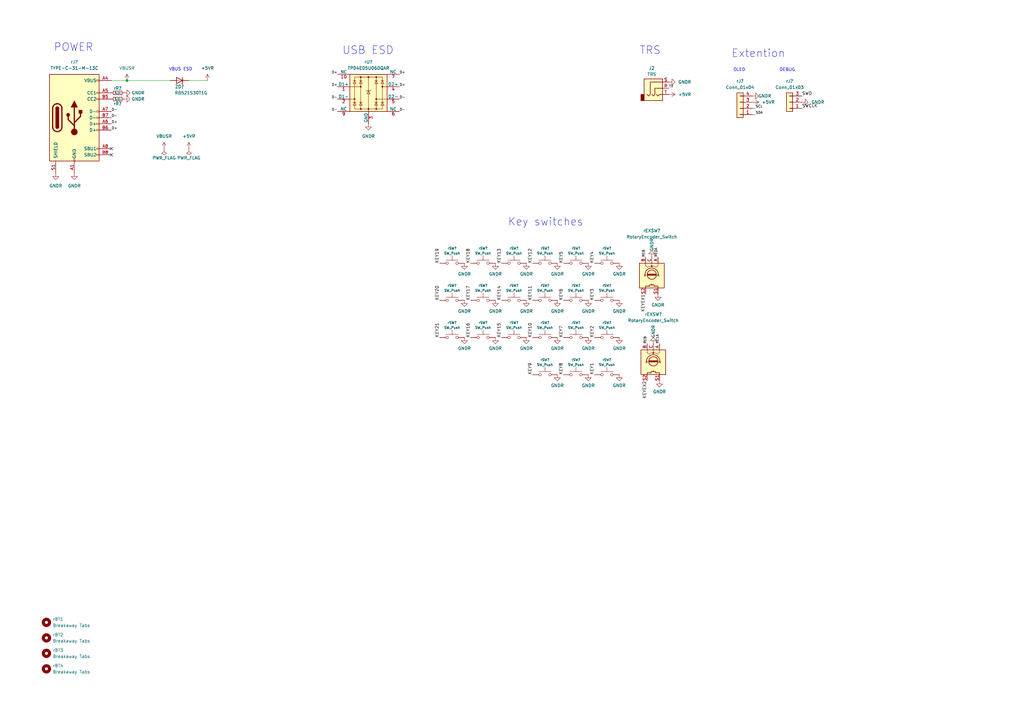
<source format=kicad_sch>
(kicad_sch (version 20230121) (generator eeschema)
  (paper "A3")
  (title_block (title "Corne Right") (date "2023-10-07") (rev "4.0.0") (company "foostan"))
  (lib_symbols
    (symbol "Connector:USB_C_Receptacle_USB2.0" (pin_names (offset 1.016))
      (property "Reference" "J" (at -10.16 19.05 0))
      (property "Value" "USB_C_Receptacle_USB2.0" (at 19.05 19.05 0))
      (symbol "USB_C_Receptacle_USB2.0_0_0"
        (rectangle (start -0.254 -17.78) (end 0.254 -16.764))
        (rectangle (start 10.16 -14.986) (end 9.144 -15.494))
        (rectangle (start 10.16 -12.446) (end 9.144 -12.954))
        (rectangle (start 10.16 -4.826) (end 9.144 -5.334))
        (rectangle (start 10.16 -2.286) (end 9.144 -2.794))
        (rectangle (start 10.16 0.254) (end 9.144 -0.254))
        (rectangle (start 10.16 2.794) (end 9.144 2.286))
        (rectangle (start 10.16 7.874) (end 9.144 7.366))
        (rectangle (start 10.16 10.414) (end 9.144 9.906))
        (rectangle (start 10.16 15.494) (end 9.144 14.986))
      )
      (symbol "USB_C_Receptacle_USB2.0_0_1"
        (rectangle (start -10.16 17.78) (end 10.16 -17.78) (stroke (width 0.254)) (fill (type background)))
        (arc (start -8.89 -3.81) (mid -6.985 -5.7067) (end -5.08 -3.81) (stroke (width 0.508)))
        (arc (start -7.62 -3.81) (mid -6.985 -4.4423) (end -6.35 -3.81) (stroke (width 0.254)))
        (arc (start -7.62 -3.81) (mid -6.985 -4.4423) (end -6.35 -3.81) (stroke (width 0.254)) (fill (type outline)))
        (rectangle (start -7.62 -3.81) (end -6.35 3.81) (stroke (width 0.254)) (fill (type outline)))
        (arc (start -6.35 3.81) (mid -6.985 4.4423) (end -7.62 3.81) (stroke (width 0.254)))
        (arc (start -6.35 3.81) (mid -6.985 4.4423) (end -7.62 3.81) (stroke (width 0.254)) (fill (type outline)))
        (arc (start -5.08 3.81) (mid -6.985 5.7067) (end -8.89 3.81) (stroke (width 0.508)))
        (circle (center -2.54 1.143) (radius 0.635) (stroke (width 0.254)) (fill (type outline)))
        (circle (center 0 -5.842) (radius 1.27) (fill (type outline)))
        (polyline (pts (xy -8.89 -3.81) (xy -8.89 3.81)) (stroke (width 0.508)))
        (polyline (pts (xy -5.08 3.81) (xy -5.08 -3.81)) (stroke (width 0.508)))
        (polyline (pts (xy 0 -5.842) (xy 0 4.318)) (stroke (width 0.508)))
        (polyline (pts (xy 0 -3.302) (xy -2.54 -0.762) (xy -2.54 0.508)) (stroke (width 0.508)))
        (polyline (pts (xy 0 -2.032) (xy 2.54 0.508) (xy 2.54 1.778)) (stroke (width 0.508)))
        (polyline (pts (xy -1.27 4.318) (xy 0 6.858) (xy 1.27 4.318) (xy -1.27 4.318)) (stroke (width 0.254)) (fill (type outline)))
        (rectangle (start 1.905 1.778) (end 3.175 3.048) (stroke (width 0.254)) (fill (type outline)))
      )
      (symbol "USB_C_Receptacle_USB2.0_1_1"
        (pin passive line (at 0 -22.86 90) (length 5.08) (name "GND") (number "A1"))
        (pin passive line (at 0 -22.86 90) (length 5.08) hide (name "GND") (number "A12"))
        (pin passive line (at 15.24 15.24 180) (length 5.08) (name "VBUS") (number "A4"))
        (pin bidirectional line (at 15.24 10.16 180) (length 5.08) (name "CC1") (number "A5"))
        (pin bidirectional line (at 15.24 -2.54 180) (length 5.08) (name "D+") (number "A6"))
        (pin bidirectional line (at 15.24 2.54 180) (length 5.08) (name "D-") (number "A7"))
        (pin bidirectional line (at 15.24 -12.7 180) (length 5.08) (name "SBU1") (number "A8"))
        (pin passive line (at 15.24 15.24 180) (length 5.08) hide (name "VBUS") (number "A9"))
        (pin passive line (at 0 -22.86 90) (length 5.08) hide (name "GND") (number "B1"))
        (pin passive line (at 0 -22.86 90) (length 5.08) hide (name "GND") (number "B12"))
        (pin passive line (at 15.24 15.24 180) (length 5.08) hide (name "VBUS") (number "B4"))
        (pin bidirectional line (at 15.24 7.62 180) (length 5.08) (name "CC2") (number "B5"))
        (pin bidirectional line (at 15.24 -5.08 180) (length 5.08) (name "D+") (number "B6"))
        (pin bidirectional line (at 15.24 0 180) (length 5.08) (name "D-") (number "B7"))
        (pin bidirectional line (at 15.24 -15.24 180) (length 5.08) (name "SBU2") (number "B8"))
        (pin passive line (at 15.24 15.24 180) (length 5.08) hide (name "VBUS") (number "B9"))
        (pin passive line (at -7.62 -22.86 90) (length 5.08) (name "SHIELD") (number "S1"))
      )
    )
    (symbol "Connector_Audio:AudioJack3"
      (property "Reference" "J" (at 0 8.89 0))
      (property "Value" "AudioJack3" (at 0 6.35 0))
      (symbol "AudioJack3_0_1"
        (rectangle (start -5.08 -5.08) (end -6.35 -2.54) (stroke (width 0.254)) (fill (type outline)))
        (polyline (pts (xy 0 -2.54) (xy 0.635 -3.175) (xy 1.27 -2.54) (xy 2.54 -2.54)) (stroke (width 0.254)))
        (polyline (pts (xy -1.905 -2.54) (xy -1.27 -3.175) (xy -0.635 -2.54) (xy -0.635 0) (xy 2.54 0)) (stroke (width 0.254)))
        (polyline (pts (xy 2.54 2.54) (xy -2.54 2.54) (xy -2.54 -2.54) (xy -3.175 -3.175) (xy -3.81 -2.54)) (stroke (width 0.254)))
        (rectangle (start 2.54 3.81) (end -5.08 -5.08) (stroke (width 0.254)) (fill (type background)))
      )
      (symbol "AudioJack3_1_1"
        (pin passive line (at 5.08 0 180) (length 2.54) (name "~") (number "R"))
        (pin passive line (at 5.08 2.54 180) (length 2.54) (name "~") (number "S"))
        (pin passive line (at 5.08 -2.54 180) (length 2.54) (name "~") (number "T"))
      )
    )
    (symbol "Connector_Generic:Conn_01x03" (pin_names (offset 1.016) hide)
      (property "Reference" "J" (at 0 5.08 0))
      (property "Value" "Conn_01x03" (at 0 -5.08 0))
      (symbol "Conn_01x03_1_1"
        (rectangle (start -1.27 -2.413) (end 0 -2.667) (stroke (width 0.1524)))
        (rectangle (start -1.27 0.127) (end 0 -0.127) (stroke (width 0.1524)))
        (rectangle (start -1.27 2.667) (end 0 2.413) (stroke (width 0.1524)))
        (rectangle (start -1.27 3.81) (end 1.27 -3.81) (stroke (width 0.254)) (fill (type background)))
        (pin passive line (at -5.08 2.54 0) (length 3.81) (name "Pin_1") (number "1"))
        (pin passive line (at -5.08 0 0) (length 3.81) (name "Pin_2") (number "2"))
        (pin passive line (at -5.08 -2.54 0) (length 3.81) (name "Pin_3") (number "3"))
      )
    )
    (symbol "Connector_Generic:Conn_01x04" (pin_names (offset 1.016) hide)
      (property "Reference" "J" (at 0 5.08 0))
      (property "Value" "Conn_01x04" (at 0 -7.62 0))
      (symbol "Conn_01x04_1_1"
        (rectangle (start -1.27 -4.953) (end 0 -5.207) (stroke (width 0.1524)))
        (rectangle (start -1.27 -2.413) (end 0 -2.667) (stroke (width 0.1524)))
        (rectangle (start -1.27 0.127) (end 0 -0.127) (stroke (width 0.1524)))
        (rectangle (start -1.27 2.667) (end 0 2.413) (stroke (width 0.1524)))
        (rectangle (start -1.27 3.81) (end 1.27 -6.35) (stroke (width 0.254)) (fill (type background)))
        (pin passive line (at -5.08 2.54 0) (length 3.81) (name "Pin_1") (number "1"))
        (pin passive line (at -5.08 0 0) (length 3.81) (name "Pin_2") (number "2"))
        (pin passive line (at -5.08 -2.54 0) (length 3.81) (name "Pin_3") (number "3"))
        (pin passive line (at -5.08 -5.08 0) (length 3.81) (name "Pin_4") (number "4"))
      )
    )
    (symbol "Device:R_Small" (pin_numbers hide) (pin_names (offset 0.254) hide)
      (property "Reference" "R" (at 0.762 0.508 0))
      (property "Value" "R_Small" (at 0.762 -1.016 0))
      (symbol "R_Small_0_1"
        (rectangle (start -0.762 1.778) (end 0.762 -1.778) (stroke (width 0.2032)))
      )
      (symbol "R_Small_1_1"
        (pin passive line (at 0 2.54 270) (length 0.762) (name "~") (number "1"))
        (pin passive line (at 0 -2.54 90) (length 0.762) (name "~") (number "2"))
      )
    )
    (symbol "Device:RotaryEncoder_Switch" (pin_names (offset 0.254) hide)
      (property "Reference" "SW" (at 0 6.604 0))
      (property "Value" "RotaryEncoder_Switch" (at 0 -6.604 0))
      (symbol "RotaryEncoder_Switch_0_1"
        (rectangle (start -5.08 5.08) (end 5.08 -5.08) (stroke (width 0.254)) (fill (type background)))
        (circle (center -3.81 0) (radius 0.254) (fill (type outline)))
        (circle (center -0.381 0) (radius 1.905) (stroke (width 0.254)))
        (arc (start -0.381 2.667) (mid -3.0988 -0.0635) (end -0.381 -2.794) (stroke (width 0.254)))
        (polyline (pts (xy -0.635 -1.778) (xy -0.635 1.778)) (stroke (width 0.254)))
        (polyline (pts (xy -0.381 -1.778) (xy -0.381 1.778)) (stroke (width 0.254)))
        (polyline (pts (xy -0.127 1.778) (xy -0.127 -1.778)) (stroke (width 0.254)))
        (polyline (pts (xy 3.81 0) (xy 3.429 0)) (stroke (width 0.254)))
        (polyline (pts (xy 3.81 1.016) (xy 3.81 -1.016)) (stroke (width 0.254)))
        (polyline (pts (xy -5.08 -2.54) (xy -3.81 -2.54) (xy -3.81 -2.032)))
        (polyline (pts (xy -5.08 2.54) (xy -3.81 2.54) (xy -3.81 2.032)))
        (polyline (pts (xy 0.254 -3.048) (xy -0.508 -2.794) (xy 0.127 -2.413)) (stroke (width 0.254)))
        (polyline (pts (xy 0.254 2.921) (xy -0.508 2.667) (xy 0.127 2.286)) (stroke (width 0.254)))
        (polyline (pts (xy 5.08 -2.54) (xy 4.318 -2.54) (xy 4.318 -1.016)) (stroke (width 0.254)))
        (polyline (pts (xy 5.08 2.54) (xy 4.318 2.54) (xy 4.318 1.016)) (stroke (width 0.254)))
        (polyline (pts (xy -5.08 0) (xy -3.81 0) (xy -3.81 -1.016) (xy -3.302 -2.032)))
        (polyline (pts (xy -4.318 0) (xy -3.81 0) (xy -3.81 1.016) (xy -3.302 2.032)))
        (circle (center 4.318 -1.016) (radius 0.127) (stroke (width 0.254)))
        (circle (center 4.318 1.016) (radius 0.127) (stroke (width 0.254)))
      )
      (symbol "RotaryEncoder_Switch_1_1"
        (pin passive line (at -7.62 2.54 0) (length 2.54) (name "A") (number "A"))
        (pin passive line (at -7.62 -2.54 0) (length 2.54) (name "B") (number "B"))
        (pin passive line (at -7.62 0 0) (length 2.54) (name "C") (number "C"))
        (pin passive line (at 7.62 2.54 180) (length 2.54) (name "S1") (number "S1"))
        (pin passive line (at 7.62 -2.54 180) (length 2.54) (name "S2") (number "S2"))
      )
    )
    (symbol "Diode:ESD5Zxx" (pin_numbers hide) (pin_names hide)
      (property "Reference" "D" (at 0 2.54 0))
      (property "Value" "ESD5Zxx" (at 0 -2.54 0))
      (symbol "ESD5Zxx_0_1"
        (polyline (pts (xy 1.27 0) (xy -1.27 0)))
        (polyline (pts (xy -1.27 -1.27) (xy -1.27 1.27) (xy -0.762 1.27)) (stroke (width 0.254)))
        (polyline (pts (xy 1.27 -1.27) (xy 1.27 1.27) (xy -1.27 0) (xy 1.27 -1.27)) (stroke (width 0.254)))
      )
      (symbol "ESD5Zxx_1_1"
        (pin passive line (at -3.81 0 0) (length 2.54) (name "K") (number "1"))
        (pin passive line (at 3.81 0 180) (length 2.54) (name "A") (number "2"))
      )
    )
    (symbol "Mechanical:MountingHole" (pin_names (offset 1.016))
      (property "Reference" "H" (at 0 5.08 0))
      (property "Value" "MountingHole" (at 0 3.175 0))
      (symbol "MountingHole_0_1"
        (circle (center 0 0) (radius 1.27) (stroke (width 1.27)))
      )
    )
    (symbol "Power_Protection:TPD4EUSB30" (pin_names (offset 0))
      (property "Reference" "U" (at -0.635 8.89 0))
      (property "Value" "TPD4EUSB30" (at 8.89 -10.16 0))
      (symbol "TPD4EUSB30_0_0"
        (rectangle (start -5.715 6.477) (end 5.715 -6.604))
        (polyline (pts (xy -3.175 -6.604) (xy -3.175 6.477)))
        (polyline (pts (xy 0 6.477) (xy 0 -6.604)))
        (polyline (pts (xy 3.175 6.477) (xy 3.175 -6.604)))
      )
      (symbol "TPD4EUSB30_0_1"
        (rectangle (start -7.62 7.62) (end 7.62 -7.62) (stroke (width 0.254)) (fill (type background)))
        (circle (center -5.715 -2.54) (radius 0.2794) (fill (type outline)))
        (circle (center -3.175 -6.604) (radius 0.2794) (fill (type outline)))
        (circle (center -3.175 2.54) (radius 0.2794) (fill (type outline)))
        (circle (center -3.175 6.477) (radius 0.2794) (fill (type outline)))
        (circle (center 0 -6.604) (radius 0.2794) (fill (type outline)))
        (polyline (pts (xy -7.747 2.54) (xy -3.175 2.54)))
        (polyline (pts (xy -7.62 -2.54) (xy -5.715 -2.54)))
        (polyline (pts (xy -5.08 -3.81) (xy -6.35 -3.81)))
        (polyline (pts (xy -5.08 5.08) (xy -6.35 5.08)))
        (polyline (pts (xy -2.54 -3.81) (xy -3.81 -3.81)))
        (polyline (pts (xy -2.54 5.08) (xy -3.81 5.08)))
        (polyline (pts (xy -0.635 0.889) (xy -1.016 0.635)))
        (polyline (pts (xy 0 -6.604) (xy 0 -7.62)))
        (polyline (pts (xy 0.635 0.889) (xy -0.635 0.889)))
        (polyline (pts (xy 0.635 0.889) (xy 1.016 1.143)))
        (polyline (pts (xy 3.81 -3.81) (xy 2.54 -3.81)))
        (polyline (pts (xy 3.81 5.08) (xy 2.54 5.08)))
        (polyline (pts (xy 6.35 -3.81) (xy 5.08 -3.81)))
        (polyline (pts (xy 6.35 5.08) (xy 5.08 5.08)))
        (polyline (pts (xy 7.62 -2.54) (xy 3.175 -2.54)))
        (polyline (pts (xy 7.62 2.54) (xy 5.715 2.54)))
        (polyline (pts (xy -5.08 -5.08) (xy -6.35 -5.08) (xy -5.715 -3.81) (xy -5.08 -5.08)))
        (polyline (pts (xy -5.08 3.81) (xy -6.35 3.81) (xy -5.715 5.08) (xy -5.08 3.81)))
        (polyline (pts (xy -2.54 -5.08) (xy -3.81 -5.08) (xy -3.175 -3.81) (xy -2.54 -5.08)))
        (polyline (pts (xy -2.54 3.81) (xy -3.81 3.81) (xy -3.175 5.08) (xy -2.54 3.81)))
        (polyline (pts (xy 0.635 -0.381) (xy -0.635 -0.381) (xy 0 0.889) (xy 0.635 -0.381)))
        (polyline (pts (xy 3.81 -5.08) (xy 2.54 -5.08) (xy 3.175 -3.81) (xy 3.81 -5.08)))
        (polyline (pts (xy 3.81 3.81) (xy 2.54 3.81) (xy 3.175 5.08) (xy 3.81 3.81)))
        (polyline (pts (xy 6.35 -5.08) (xy 5.08 -5.08) (xy 5.715 -3.81) (xy 6.35 -5.08)))
        (polyline (pts (xy 6.35 3.81) (xy 5.08 3.81) (xy 5.715 5.08) (xy 6.35 3.81)))
        (circle (center 0 6.477) (radius 0.2794) (fill (type outline)))
        (circle (center 3.175 -6.604) (radius 0.2794) (fill (type outline)))
        (circle (center 3.175 -2.54) (radius 0.2794) (fill (type outline)))
        (circle (center 3.175 6.477) (radius 0.2794) (fill (type outline)))
        (circle (center 5.715 2.54) (radius 0.2794) (fill (type outline)))
      )
      (symbol "TPD4EUSB30_1_1"
        (pin passive line (at -12.7 2.54 0) (length 5.08) (name "D1+") (number "1"))
        (pin free line (at -12.7 7.62 0) (length 5.08) (name "NC") (number "10"))
        (pin passive line (at -12.7 -2.54 0) (length 5.08) (name "D1-") (number "2"))
        (pin power_in line (at 0 -12.7 90) (length 5.08) (name "GND") (number "3"))
        (pin passive line (at 12.7 2.54 180) (length 5.08) (name "D2+") (number "4"))
        (pin passive line (at 12.7 -2.54 180) (length 5.08) (name "D2-") (number "5"))
        (pin free line (at 12.7 -7.62 180) (length 5.08) (name "NC") (number "6"))
        (pin free line (at 12.7 7.62 180) (length 5.08) (name "NC") (number "7"))
        (pin passive line (at 0 -12.7 90) (length 5.08) hide (name "GND") (number "8"))
        (pin free line (at -12.7 -7.62 0) (length 5.08) (name "NC") (number "9"))
      )
    )
    (symbol "SW_Push_1" (pin_numbers hide) (pin_names (offset 1.016) hide)
      (property "Reference" "SW" (at 1.27 2.54 0))
      (property "Value" "SW_Push" (at 0 -1.524 0))
      (symbol "SW_Push_1_0_1"
        (circle (center -2.032 0) (radius 0.508))
        (polyline (pts (xy 0 1.27) (xy 0 3.048)))
        (polyline (pts (xy 2.54 1.27) (xy -2.54 1.27)))
        (circle (center 2.032 0) (radius 0.508))
        (pin passive line (at -5.08 0 0) (length 2.54) (name "1") (number "1"))
        (pin passive line (at 5.08 0 180) (length 2.54) (name "2") (number "2"))
      )
    )
    (symbol "Switch:SW_Push" (pin_numbers hide) (pin_names (offset 1.016) hide)
      (property "Reference" "SW" (at 1.27 2.54 0))
      (property "Value" "SW_Push" (at 0 -1.524 0))
      (symbol "SW_Push_0_1"
        (circle (center -2.032 0) (radius 0.508))
        (polyline (pts (xy 0 1.27) (xy 0 3.048)))
        (polyline (pts (xy 2.54 1.27) (xy -2.54 1.27)))
        (circle (center 2.032 0) (radius 0.508))
        (pin passive line (at -5.08 0 0) (length 2.54) (name "1") (number "1"))
        (pin passive line (at 5.08 0 180) (length 2.54) (name "2") (number "2"))
      )
    )
    (symbol "kbd:+5VR" (power) (pin_names (offset 0))
      (property "Value" "+5VR" (at 0 3.556 0))
      (symbol "+5VR_0_1"
        (polyline (pts (xy -0.762 1.27) (xy 0 2.54)))
        (polyline (pts (xy 0 0) (xy 0 2.54)))
        (polyline (pts (xy 0 2.54) (xy 0.762 1.27)))
      )
      (symbol "+5VR_1_1"
        (pin power_in line (at 0 0 90) (length 0) hide (name "+5VR") (number "1"))
      )
    )
    (symbol "kbd:GNDR" (power) (pin_names (offset 0))
      (property "Value" "GNDR" (at 0 -3.81 0))
      (symbol "GNDR_0_1"
        (polyline (pts (xy 0 0) (xy 0 -1.27) (xy 1.27 -1.27) (xy 0 -2.54) (xy -1.27 -1.27) (xy 0 -1.27)))
      )
      (symbol "GNDR_1_1"
        (pin power_in line (at 0 0 270) (length 0) hide (name "GNDR") (number "1"))
      )
    )
    (symbol "kbd_local:VBUSR" (power) (pin_names (offset 0))
      (property "Value" "VBUSR" (at 0 3.81 0))
      (symbol "VBUSR_0_1"
        (polyline (pts (xy -0.762 1.27) (xy 0 2.54)))
        (polyline (pts (xy 0 0) (xy 0 2.54)))
        (polyline (pts (xy 0 2.54) (xy 0.762 1.27)))
      )
      (symbol "VBUSR_1_1"
        (pin power_in line (at 0 0 90) (length 0) hide (name "VBUSR") (number "1"))
      )
    )
    (symbol "power:PWR_FLAG" (power) (pin_numbers hide) (pin_names (offset 0) hide)
      (property "Value" "PWR_FLAG" (at 0 3.81 0))
      (symbol "PWR_FLAG_0_0"
        (pin power_out line (at 0 0 90) (length 0) (name "pwr") (number "1"))
      )
      (symbol "PWR_FLAG_0_1"
        (polyline (pts (xy 0 0) (xy 0 1.27) (xy -1.016 1.905) (xy 0 2.54) (xy 1.016 1.905) (xy 0 1.27)))
      )
    )
  )
  (junction (at 52.07 33.02))
  (no_connect (at 45.72 63.5))
  (no_connect (at 45.72 60.96))
  (wire (pts (xy 52.07 33.02) (xy 69.85 33.02)))
  (wire (pts (xy 309.88 46.99) (xy 308.61 46.99)))
  (wire (pts (xy 309.88 44.45) (xy 308.61 44.45)))
  (wire (pts (xy 45.72 33.02) (xy 52.07 33.02)))
  (wire (pts (xy 77.47 33.02) (xy 85.09 33.02)))
  (text "USB ESD" (at 140.335 22.606 0) (effects (font (size 3.175 3.175)) (justify left bottom)))
  (text "TRS" (at 262.255 22.606 0) (effects (font (size 3.175 3.175)) (justify left bottom)))
  (text "DEBUG" (at 319.659 29.464 0) (effects (font (size 1.27 1.27)) (justify left bottom)))
  (text "POWER\n" (at 21.971 21.336 0) (effects (font (size 3.175 3.175)) (justify left bottom)))
  (text "Key switches" (at 208.28 92.964 0) (effects (font (size 3.175 3.175)) (justify left bottom)))
  (text "Extention" (at 299.974 23.876 0) (effects (font (size 3.175 3.175)) (justify left bottom)))
  (text "VBUS ESD" (at 69.215 29.21 0) (effects (font (size 1.27 1.27)) (justify left bottom)))
  (text "OLED" (at 300.736 29.464 0) (effects (font (size 1.27 1.27)) (justify left bottom)))
  (label "KEYEX2" (at 265.43 156.21 270))
  (label "SCL" (at 309.88 44.45 0) (effects (font (size 1 1))))
  (label "RE0A" (at 269.875 105.41 90) (effects (font (size 1 1))))
  (label "D+" (at 163.83 35.56 0) (effects (font (size 1 1))))
  (label "KEY19" (at 180.34 107.95 90))
  (label "D-" (at 45.72 45.72 0) (effects (font (size 1 1))))
  (label "KEY4" (at 243.84 107.95 90))
  (label "KEY6" (at 231.14 123.19 90))
  (label "D-" (at 163.83 40.64 0) (effects (font (size 1 1))))
  (label "KEY14" (at 205.74 123.19 90))
  (label "KEY12" (at 218.44 107.95 90))
  (label "KEY20" (at 180.34 123.19 90))
  (label "KEY3" (at 243.84 123.19 90))
  (label "KEY2" (at 243.84 138.43 90))
  (label "D-" (at 45.72 48.26 0) (effects (font (size 1 1))))
  (label "KEY16" (at 193.04 138.43 90))
  (label "KEY15" (at 205.74 138.43 90))
  (label "KEY11" (at 218.44 123.19 90))
  (label "KEY18" (at 193.04 107.95 90))
  (label "D+" (at 138.43 35.56 180) (effects (font (size 1 1))))
  (label "D-" (at 163.83 45.72 0) (effects (font (size 1 1))))
  (label "KEY17" (at 193.04 123.19 90))
  (label "KEY13" (at 205.74 107.95 90))
  (label "D+" (at 45.72 50.8 0) (effects (font (size 1 1))))
  (label "KEY10" (at 218.44 138.43 90))
  (label "KEY9" (at 218.44 153.67 90))
  (label "KEY1" (at 243.84 153.67 90))
  (label "KEYEX1" (at 264.795 120.65 270))
  (label "KEY7" (at 231.14 138.43 90))
  (label "SWD" (at 328.93 39.37 0))
  (label "KEY21" (at 180.34 138.43 90))
  (label "REB" (at 265.43 140.97 90) (effects (font (size 1 1))))
  (label "RE1A" (at 270.51 140.97 90) (effects (font (size 1 1))))
  (label "D+" (at 163.83 30.48 0) (effects (font (size 1 1))))
  (label "REB" (at 264.795 105.41 90) (effects (font (size 1 1))))
  (label "D-" (at 138.43 45.72 180) (effects (font (size 1 1))))
  (label "SWCLK" (at 328.93 44.45 0))
  (label "SDA" (at 309.88 46.99 0) (effects (font (size 1 1))))
  (label "D+" (at 138.43 30.48 180) (effects (font (size 1 1))))
  (label "D+" (at 45.72 53.34 0) (effects (font (size 1 1))))
  (label "KEY5" (at 231.14 107.95 90))
  (label "D-" (at 138.43 40.64 180) (effects (font (size 1 1))))
  (label "TX" (at 274.32 36.195 0) (effects (font (size 1 1))))
  (label "KEY8" (at 231.14 153.67 90))
  (symbol (lib_id "kbd:GNDR") (at 328.93 41.91 90) (unit 1)
    (property "Reference" "#PWR?" (effects hide))
    (property "Value" "GNDR" (at 332.74 41.91 90) (effects (justify right)))
  )
  (symbol (lib_id "kbd:GNDR") (at 241.3 123.19 0) (unit 1)
    (property "Reference" "#PWR?" (effects hide))
    (property "Value" "GNDR" (at 241.3 127.635 0))
  )
  (symbol (lib_id "Switch:SW_Push") (at 236.22 123.19 0) (unit 1)
    (property "Reference" "rSW?" (at 236.22 117.094 0) (effects (font (size 1 1))))
    (property "Value" "SW_Push" (at 236.22 119.126 0) (effects (font (size 1 1))))
    (property "Footprint" "kbd:keyswitch_cherrymx_hotswap_1u" (effects hide))
  )
  (symbol (lib_name "SW_Push_1") (lib_id "Switch:SW_Push") (at 248.92 107.95 0) (unit 1)
    (property "Reference" "rSW?" (at 248.92 101.854 0) (effects (font (size 1 1))))
    (property "Value" "SW_Push" (at 248.92 103.886 0) (effects (font (size 1 1))))
    (property "Footprint" "kbd:keyswitch_cherrymx_hotswap_1u" (effects hide))
  )
  (symbol (lib_id "kbd:GNDR") (at 215.9 107.95 0) (unit 1)
    (property "Reference" "#PWR?" (effects hide))
    (property "Value" "GNDR" (at 215.9 112.395 0))
  )
  (symbol (lib_id "kbd:GNDR") (at 241.3 153.67 0) (unit 1)
    (property "Reference" "#PWR?" (effects hide))
    (property "Value" "GNDR" (at 241.3 158.115 0))
  )
  (symbol (lib_id "kbd_local:VBUSR") (at 67.31 60.96 0) (unit 1)
    (property "Reference" "#PWR065" (effects hide))
    (property "Value" "VBUSR" (at 67.31 55.88 0))
  )
  (symbol (lib_id "kbd:GNDR") (at 267.97 140.97 180) (unit 1)
    (property "Reference" "#PWR?" (effects hide))
    (property "Value" "GNDR" (at 267.97 135.89 90))
  )
  (symbol (lib_id "kbd:GNDR") (at 215.9 123.19 0) (unit 1)
    (property "Reference" "#PWR?" (effects hide))
    (property "Value" "GNDR" (at 215.9 127.635 0))
  )
  (symbol (lib_id "Connector:USB_C_Receptacle_USB2.0") (at 30.48 48.26 0) (unit 1)
    (property "Reference" "rJ?" (at 30.48 25.4 0))
    (property "Value" "TYPE-C-31-M-13C" (at 30.48 27.94 0))
    (property "Footprint" "kbd_local:TYPE-C-31-M-13C" (effects hide))
    (property "Datasheet" "https://www.usb.org/sites/default/files/documents/usb_type-c.zip" (effects hide))
    (property "JLCPCB Part #" "C2848620" (effects hide))
  )
  (symbol (lib_id "kbd:GNDR") (at 22.86 71.12 0) (unit 1)
    (property "Reference" "#PWR?" (effects hide))
    (property "Value" "GNDR" (at 22.86 76.2 0))
  )
  (symbol (lib_id "Device:RotaryEncoder_Switch") (at 267.97 148.59 270) (unit 1)
    (property "Reference" "rEXSW?" (at 267.97 128.905 90))
    (property "Value" "RotaryEncoder_Switch" (at 267.97 131.445 90))
    (property "Footprint" "kbd_local:keyswitch_cherrymx_hotswap_1u_rotary_encoder_ec12" (effects hide))
  )
  (symbol (lib_id "kbd:GNDR") (at 50.8 40.64 90) (unit 1)
    (property "Reference" "#PWR?" (effects hide))
    (property "Value" "GNDR" (at 53.975 40.64 90) (effects (justify right)))
  )
  (symbol (lib_id "Switch:SW_Push") (at 236.22 107.95 0) (unit 1)
    (property "Reference" "rSW?" (at 236.22 101.854 0) (effects (font (size 1 1))))
    (property "Value" "SW_Push" (at 236.22 103.886 0) (effects (font (size 1 1))))
    (property "Footprint" "kbd:keyswitch_cherrymx_hotswap_1u" (effects hide))
  )
  (symbol (lib_id "kbd:GNDR") (at 190.5 107.95 0) (unit 1)
    (property "Reference" "#PWR?" (effects hide))
    (property "Value" "GNDR" (at 190.5 112.395 0))
  )
  (symbol (lib_id "Switch:SW_Push") (at 198.12 138.43 0) (unit 1)
    (property "Reference" "rSW?" (at 198.12 132.334 0) (effects (font (size 1 1))))
    (property "Value" "SW_Push" (at 198.12 134.366 0) (effects (font (size 1 1))))
    (property "Footprint" "kbd:keyswitch_cherrymx_hotswap_1u" (effects hide))
  )
  (symbol (lib_id "kbd:GNDR") (at 254 138.43 0) (unit 1)
    (property "Reference" "#PWR?" (effects hide))
    (property "Value" "GNDR" (at 254 142.875 0))
  )
  (symbol (lib_id "kbd:GNDR") (at 151.13 50.8 0) (unit 1)
    (property "Reference" "#PWR?" (effects hide))
    (property "Value" "GNDR" (at 151.13 55.88 0))
  )
  (symbol (lib_id "kbd:GNDR") (at 269.875 120.65 0) (unit 1)
    (property "Reference" "#PWR?" (effects hide))
    (property "Value" "GNDR" (at 269.875 125.095 0))
  )
  (symbol (lib_id "Switch:SW_Push") (at 210.82 138.43 0) (unit 1)
    (property "Reference" "rSW?" (at 210.82 132.334 0) (effects (font (size 1 1))))
    (property "Value" "SW_Push" (at 210.82 134.366 0) (effects (font (size 1 1))))
    (property "Footprint" "kbd:keyswitch_cherrymx_hotswap_1u" (effects hide))
  )
  (symbol (lib_id "Device:R_Small") (at 48.26 40.64 270) (unit 1)
    (property "Reference" "rR?" (at 48.26 42.545 90))
    (property "Value" "5.1k" (at 48.26 40.64 90) (effects (font (size 0.762 0.762))))
    (property "Footprint" "Resistor_SMD:R_0402_1005Metric" (effects hide))
  )
  (symbol (lib_id "Switch:SW_Push") (at 248.92 153.67 0) (unit 1)
    (property "Reference" "rSW?" (at 248.92 147.574 0) (effects (font (size 1 1))))
    (property "Value" "SW_Push" (at 248.92 149.606 0) (effects (font (size 1 1))))
    (property "Footprint" "kbd:keyswitch_cherrymx_hotswap_1.5u" (effects hide))
  )
  (symbol (lib_id "kbd:GNDR") (at 215.9 138.43 0) (unit 1)
    (property "Reference" "#PWR?" (effects hide))
    (property "Value" "GNDR" (at 215.9 142.875 0))
  )
  (symbol (lib_id "Mechanical:MountingHole") (at 19.05 274.32 0) (unit 1)
    (property "Reference" "rBT4" (at 21.59 273.05 0) (effects (justify left)))
    (property "Value" "Breakaway Tabs" (at 21.59 275.59 0) (effects (justify left)))
    (property "Footprint" "kbd_local:Breakaway_Tabs" (effects hide))
  )
  (symbol (lib_id "kbd_local:VBUSR") (at 52.07 33.02 0) (unit 1)
    (property "Reference" "#PWR066" (effects hide))
    (property "Value" "VBUSR" (at 52.07 27.94 0))
  )
  (symbol (lib_id "kbd:GNDR") (at 241.3 138.43 0) (unit 1)
    (property "Reference" "#PWR?" (effects hide))
    (property "Value" "GNDR" (at 241.3 142.875 0))
  )
  (symbol (lib_id "kbd:GNDR") (at 254 123.19 0) (unit 1)
    (property "Reference" "#PWR?" (effects hide))
    (property "Value" "GNDR" (at 254 127.635 0))
  )
  (symbol (lib_id "Switch:SW_Push") (at 198.12 123.19 0) (unit 1)
    (property "Reference" "rSW?" (at 198.12 117.094 0) (effects (font (size 1 1))))
    (property "Value" "SW_Push" (at 198.12 119.126 0) (effects (font (size 1 1))))
    (property "Footprint" "kbd:keyswitch_cherrymx_hotswap_1u" (effects hide))
  )
  (symbol (lib_id "Switch:SW_Push") (at 185.42 138.43 0) (unit 1)
    (property "Reference" "rSW?" (at 185.42 132.334 0) (effects (font (size 1 1))))
    (property "Value" "SW_Push" (at 185.42 134.366 0) (effects (font (size 1 1))))
    (property "Footprint" "kbd:keyswitch_cherrymx_hotswap_1u" (effects hide))
  )
  (symbol (lib_id "kbd:+5VR") (at 85.09 33.02 0) (unit 1)
    (property "Reference" "#PWR068" (effects hide))
    (property "Value" "+5VR" (at 85.09 27.94 0))
  )
  (symbol (lib_id "kbd:GNDR") (at 254 107.95 0) (unit 1)
    (property "Reference" "#PWR?" (effects hide))
    (property "Value" "GNDR" (at 254 112.395 0))
  )
  (symbol (lib_id "Switch:SW_Push") (at 223.52 153.67 0) (unit 1)
    (property "Reference" "rSW?" (at 223.52 147.574 0) (effects (font (size 1 1))))
    (property "Value" "SW_Push" (at 223.52 149.606 0) (effects (font (size 1 1))))
    (property "Footprint" "kbd:keyswitch_cherrymx_hotswap_1u" (effects hide))
  )
  (symbol (lib_id "Connector_Audio:AudioJack3") (at 269.24 36.195 0) (unit 1)
    (property "Reference" "J2" (at 267.335 27.94 0))
    (property "Value" "TRS" (at 267.335 30.48 0))
    (property "Footprint" "kbd_local:PJ-398A-5A_PJ-399B-6A" (effects hide))
    (property "JLCPCB Part #" "C128994" (effects hide))
    (instances (project "corne73" (path "" (reference "J2") (unit 1)) (path "" (reference "rJ2") (unit 1))))
  )
  (symbol (lib_id "kbd:+5VR") (at 274.32 38.735 270) (unit 1)
    (property "Reference" "#PWR075" (effects hide))
    (property "Value" "+5VR" (at 278.13 38.735 90) (effects (justify left)))
  )
  (symbol (lib_id "Switch:SW_Push") (at 185.42 107.95 0) (unit 1)
    (property "Reference" "rSW?" (at 185.42 101.854 0) (effects (font (size 1 1))))
    (property "Value" "SW_Push" (at 185.42 103.886 0) (effects (font (size 1 1))))
    (property "Footprint" "kbd:keyswitch_cherrymx_hotswap_1u" (effects hide))
  )
  (symbol (lib_id "Power_Protection:TPD4EUSB30") (at 151.13 38.1 0) (unit 1)
    (property "Reference" "rU?" (at 151.13 25.4 0))
    (property "Value" "TPD4E05U06DQAR" (at 151.13 27.94 0))
    (property "Footprint" "Package_SON:USON-10_2.5x1.0mm_P0.5mm" (effects hide))
    (property "Datasheet" "http://www.ti.com/lit/ds/symlink/tpd2eusb30a.pdf" (effects hide))
    (property "JLCPCB Part #" "C138714" (effects hide))
  )
  (symbol (lib_id "kbd:GNDR") (at 30.48 71.12 0) (unit 1)
    (property "Reference" "#PWR?" (effects hide))
    (property "Value" "GNDR" (at 30.48 76.2 0))
  )
  (symbol (lib_id "Device:RotaryEncoder_Switch") (at 267.335 113.03 270) (unit 1)
    (property "Reference" "rEXSW?" (at 267.335 94.615 90))
    (property "Value" "RotaryEncoder_Switch" (at 267.335 97.155 90))
    (property "Footprint" "kbd_local:keyswitch_cherrymx_hotswap_1u_rotary_encoder_ec12" (effects hide))
  )
  (symbol (lib_id "Switch:SW_Push") (at 248.92 138.43 0) (unit 1)
    (property "Reference" "rSW?" (at 248.92 132.334 0) (effects (font (size 1 1))))
    (property "Value" "SW_Push" (at 248.92 134.366 0) (effects (font (size 1 1))))
    (property "Footprint" "kbd:keyswitch_cherrymx_hotswap_1u" (effects hide))
  )
  (symbol (lib_id "kbd:+5VR") (at 308.61 41.91 270) (unit 1)
    (property "Reference" "#PWR075" (effects hide))
    (property "Value" "+5VR" (at 312.42 41.91 90) (effects (justify left)))
  )
  (symbol (lib_id "kbd:GNDR") (at 308.61 39.37 90) (unit 1)
    (property "Reference" "#PWR?" (effects hide))
    (property "Value" "GNDR" (at 313.69 39.37 90))
  )
  (symbol (lib_id "Switch:SW_Push") (at 210.82 107.95 0) (unit 1)
    (property "Reference" "rSW?" (at 210.82 101.854 0) (effects (font (size 1 1))))
    (property "Value" "SW_Push" (at 210.82 103.886 0) (effects (font (size 1 1))))
    (property "Footprint" "kbd:keyswitch_cherrymx_hotswap_1u" (effects hide))
  )
  (symbol (lib_id "Switch:SW_Push") (at 236.22 138.43 0) (unit 1)
    (property "Reference" "rSW?" (at 236.22 132.334 0) (effects (font (size 1 1))))
    (property "Value" "SW_Push" (at 236.22 134.366 0) (effects (font (size 1 1))))
    (property "Footprint" "kbd:keyswitch_cherrymx_hotswap_1u" (effects hide))
  )
  (symbol (lib_id "kbd:GNDR") (at 203.2 107.95 0) (unit 1)
    (property "Reference" "#PWR?" (effects hide))
    (property "Value" "GNDR" (at 203.2 112.395 0))
  )
  (symbol (lib_id "Switch:SW_Push") (at 210.82 123.19 0) (unit 1)
    (property "Reference" "rSW?" (at 210.82 117.094 0) (effects (font (size 1 1))))
    (property "Value" "SW_Push" (at 210.82 119.126 0) (effects (font (size 1 1))))
    (property "Footprint" "kbd:keyswitch_cherrymx_hotswap_1u" (effects hide))
  )
  (symbol (lib_id "kbd:GNDR") (at 203.2 138.43 0) (unit 1)
    (property "Reference" "#PWR?" (effects hide))
    (property "Value" "GNDR" (at 203.2 142.875 0))
  )
  (symbol (lib_id "kbd:GNDR") (at 203.2 123.19 0) (unit 1)
    (property "Reference" "#PWR?" (effects hide))
    (property "Value" "GNDR" (at 203.2 127.635 0))
  )
  (symbol (lib_id "kbd:GNDR") (at 270.51 156.21 0) (unit 1)
    (property "Reference" "#PWR?" (effects hide))
    (property "Value" "GNDR" (at 270.51 160.655 0))
  )
  (symbol (lib_id "power:PWR_FLAG") (at 67.31 60.96 180) (unit 1)
    (property "Reference" "#FLG?" (effects hide))
    (property "Value" "PWR_FLAG" (at 67.31 64.77 0))
  )
  (symbol (lib_id "Switch:SW_Push") (at 248.92 123.19 0) (unit 1)
    (property "Reference" "rSW?" (at 248.92 117.094 0) (effects (font (size 1 1))))
    (property "Value" "SW_Push" (at 248.92 119.126 0) (effects (font (size 1 1))))
    (property "Footprint" "kbd:keyswitch_cherrymx_hotswap_1u" (effects hide))
  )
  (symbol (lib_id "kbd:GNDR") (at 228.6 107.95 0) (unit 1)
    (property "Reference" "#PWR?" (effects hide))
    (property "Value" "GNDR" (at 228.6 112.395 0))
  )
  (symbol (lib_id "kbd:+5VR") (at 77.47 60.96 0) (unit 1)
    (property "Reference" "#PWR067" (effects hide))
    (property "Value" "+5VR" (at 77.47 55.88 0))
  )
  (symbol (lib_id "Switch:SW_Push") (at 185.42 123.19 0) (unit 1)
    (property "Reference" "rSW?" (at 185.42 117.094 0) (effects (font (size 1 1))))
    (property "Value" "SW_Push" (at 185.42 119.126 0) (effects (font (size 1 1))))
    (property "Footprint" "kbd:keyswitch_cherrymx_hotswap_1u" (effects hide))
  )
  (symbol (lib_id "kbd:GNDR") (at 190.5 123.19 0) (unit 1)
    (property "Reference" "#PWR?" (effects hide))
    (property "Value" "GNDR" (at 190.5 127.635 0))
  )
  (symbol (lib_id "kbd:GNDR") (at 274.32 33.655 90) (unit 1)
    (property "Reference" "#PWR?" (effects hide))
    (property "Value" "GNDR" (at 278.13 33.655 90) (effects (justify right)))
  )
  (symbol (lib_id "Connector_Generic:Conn_01x04") (at 303.53 44.45 180) (unit 1)
    (property "Reference" "rJ?" (at 303.53 33.274 0))
    (property "Value" "Conn_01x04" (at 303.53 35.814 0))
    (property "Footprint" "kbd_local:OLED" (effects hide))
  )
  (symbol (lib_id "Switch:SW_Push") (at 223.52 123.19 0) (unit 1)
    (property "Reference" "rSW?" (at 223.52 117.094 0) (effects (font (size 1 1))))
    (property "Value" "SW_Push" (at 223.52 119.126 0) (effects (font (size 1 1))))
    (property "Footprint" "kbd:keyswitch_cherrymx_hotswap_1u" (effects hide))
  )
  (symbol (lib_id "Mechanical:MountingHole") (at 19.05 267.97 0) (unit 1)
    (property "Reference" "rBT3" (at 21.59 266.7 0) (effects (justify left)))
    (property "Value" "Breakaway Tabs" (at 21.59 269.24 0) (effects (justify left)))
    (property "Footprint" "kbd_local:Breakaway_Tabs" (effects hide))
  )
  (symbol (lib_id "kbd:GNDR") (at 241.3 107.95 0) (unit 1)
    (property "Reference" "#PWR?" (effects hide))
    (property "Value" "GNDR" (at 241.3 112.395 0))
  )
  (symbol (lib_id "Switch:SW_Push") (at 198.12 107.95 0) (unit 1)
    (property "Reference" "rSW?" (at 198.12 101.854 0) (effects (font (size 1 1))))
    (property "Value" "SW_Push" (at 198.12 103.886 0) (effects (font (size 1 1))))
    (property "Footprint" "kbd:keyswitch_cherrymx_hotswap_1u" (effects hide))
  )
  (symbol (lib_id "Switch:SW_Push") (at 236.22 153.67 0) (unit 1)
    (property "Reference" "rSW?" (at 236.22 147.574 0) (effects (font (size 1 1))))
    (property "Value" "SW_Push" (at 236.22 149.606 0) (effects (font (size 1 1))))
    (property "Footprint" "kbd:keyswitch_cherrymx_hotswap_1u" (effects hide))
  )
  (symbol (lib_id "power:PWR_FLAG") (at 77.47 60.96 180) (unit 1)
    (property "Reference" "#FLG?" (effects hide))
    (property "Value" "PWR_FLAG" (at 77.47 64.77 0))
  )
  (symbol (lib_id "kbd:GNDR") (at 228.6 153.67 0) (unit 1)
    (property "Reference" "#PWR?" (effects hide))
    (property "Value" "GNDR" (at 228.6 158.115 0))
  )
  (symbol (lib_id "Connector_Generic:Conn_01x03") (at 323.85 41.91 180) (unit 1)
    (property "Reference" "rJ?" (at 323.85 33.274 0))
    (property "Value" "Conn_01x03" (at 323.85 35.814 0))
    (property "Footprint" "Connector_PinHeader_2.54mm:PinHeader_1x03_P2.54mm_Vertical" (effects hide))
  )
  (symbol (lib_id "Switch:SW_Push") (at 223.52 138.43 0) (unit 1)
    (property "Reference" "rSW?" (at 223.52 132.334 0) (effects (font (size 1 1))))
    (property "Value" "SW_Push" (at 223.52 134.366 0) (effects (font (size 1 1))))
    (property "Footprint" "kbd:keyswitch_cherrymx_hotswap_1u" (effects hide))
  )
  (symbol (lib_id "Switch:SW_Push") (at 223.52 107.95 0) (unit 1)
    (property "Reference" "rSW?" (at 223.52 101.854 0) (effects (font (size 1 1))))
    (property "Value" "SW_Push" (at 223.52 103.886 0) (effects (font (size 1 1))))
    (property "Footprint" "kbd:keyswitch_cherrymx_hotswap_1u" (effects hide))
  )
  (symbol (lib_id "Mechanical:MountingHole") (at 19.05 255.27 0) (unit 1)
    (property "Reference" "rBT1" (at 21.59 254 0) (effects (justify left)))
    (property "Value" "Breakaway Tabs" (at 21.59 256.54 0) (effects (justify left)))
    (property "Footprint" "kbd_local:Breakaway_Tabs" (effects hide))
  )
  (symbol (lib_id "kbd:GNDR") (at 228.6 138.43 0) (unit 1)
    (property "Reference" "#PWR?" (effects hide))
    (property "Value" "GNDR" (at 228.6 142.875 0))
  )
  (symbol (lib_id "kbd:GNDR") (at 254 153.67 0) (unit 1)
    (property "Reference" "#PWR?" (effects hide))
    (property "Value" "GNDR" (at 254 158.115 0))
  )
  (symbol (lib_id "kbd:GNDR") (at 267.335 105.41 180) (unit 1)
    (property "Reference" "#PWR?" (effects hide))
    (property "Value" "GNDR" (at 267.335 100.33 90))
  )
  (symbol (lib_id "Diode:ESD5Zxx") (at 73.66 33.02 180) (unit 1)
    (property "Reference" "ZD?" (at 75.565 35.56 0) (effects (justify left)))
    (property "Value" "RB521S30T1G" (at 85.09 38.1 0) (effects (justify left)))
    (property "Footprint" "Diode_SMD:D_SOD-523" (effects hide))
    (property "JLCPCB Part #" "C145179" (effects hide))
    (instances (project "corne73" (path "" (reference "ZD?") (unit 1)) (path "" (reference "ZD1") (unit 1)) (path "" (reference "rZD1") (unit 1))))
  )
  (symbol (lib_id "kbd:GNDR") (at 50.8 38.1 90) (unit 1)
    (property "Reference" "#PWR?" (effects hide))
    (property "Value" "GNDR" (at 53.975 38.1 90) (effects (justify right)))
  )
  (symbol (lib_id "kbd:GNDR") (at 228.6 123.19 0) (unit 1)
    (property "Reference" "#PWR?" (effects hide))
    (property "Value" "GNDR" (at 228.6 127.635 0))
  )
  (symbol (lib_id "Device:R_Small") (at 48.26 38.1 270) (unit 1)
    (property "Reference" "rR?" (at 48.26 36.195 90))
    (property "Value" "5.1k" (at 48.26 38.1 90) (effects (font (size 0.762 0.762))))
    (property "Footprint" "Resistor_SMD:R_0402_1005Metric" (effects hide))
  )
  (symbol (lib_id "kbd:GNDR") (at 190.5 138.43 0) (unit 1)
    (property "Reference" "#PWR?" (effects hide))
    (property "Value" "GNDR" (at 190.5 142.875 0))
  )
  (symbol (lib_id "Mechanical:MountingHole") (at 19.05 261.62 0) (unit 1)
    (property "Reference" "rBT2" (at 21.59 260.35 0) (effects (justify left)))
    (property "Value" "Breakaway Tabs" (at 21.59 262.89 0) (effects (justify left)))
    (property "Footprint" "kbd_local:Breakaway_Tabs" (effects hide))
  )
)
</source>
